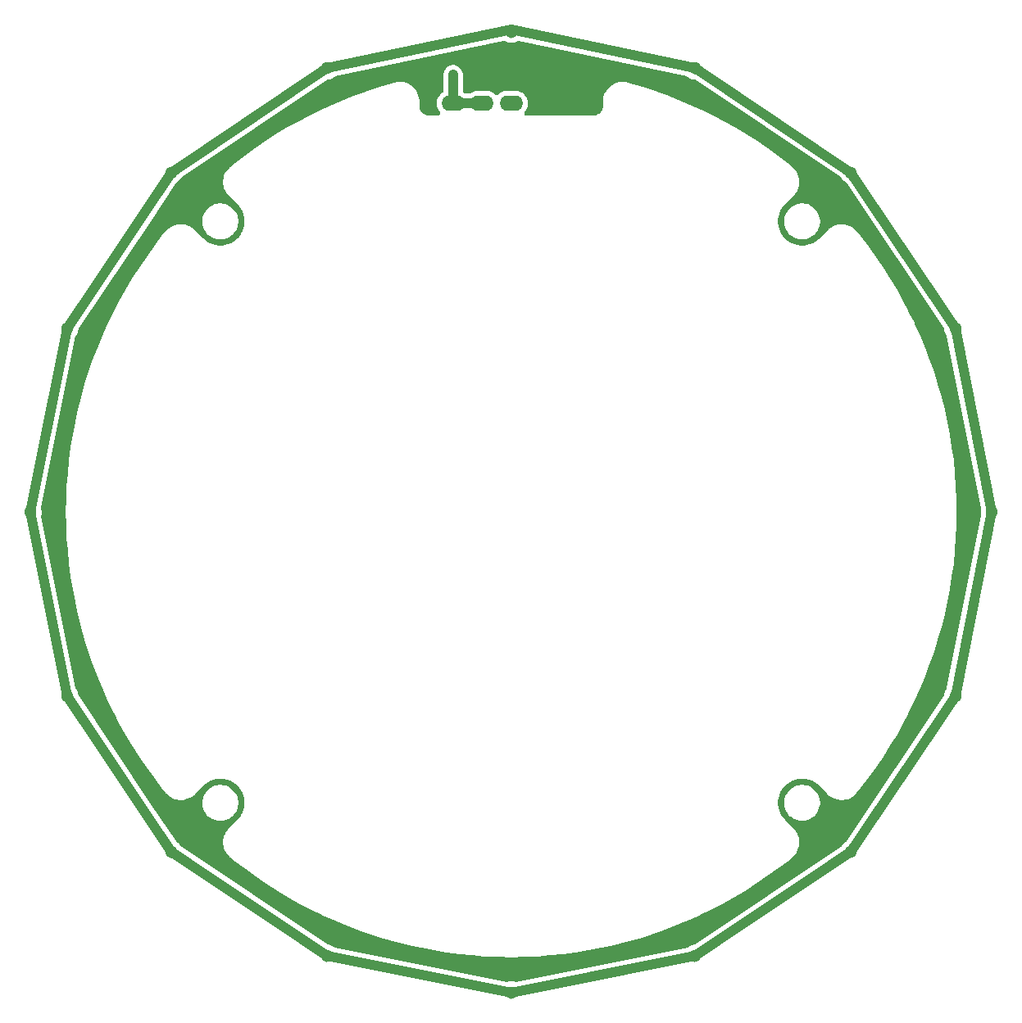
<source format=gbr>
%TF.GenerationSoftware,KiCad,Pcbnew,8.0.1*%
%TF.CreationDate,2024-08-08T22:34:15+09:00*%
%TF.ProjectId,NeoPixel-20240808,4e656f50-6978-4656-9c2d-323032343038,rev?*%
%TF.SameCoordinates,Original*%
%TF.FileFunction,Copper,L2,Bot*%
%TF.FilePolarity,Positive*%
%FSLAX46Y46*%
G04 Gerber Fmt 4.6, Leading zero omitted, Abs format (unit mm)*
G04 Created by KiCad (PCBNEW 8.0.1) date 2024-08-08 22:34:15*
%MOMM*%
%LPD*%
G01*
G04 APERTURE LIST*
%TA.AperFunction,ComponentPad*%
%ADD10C,1.300000*%
%TD*%
%TA.AperFunction,ComponentPad*%
%ADD11O,2.400000X1.600000*%
%TD*%
%TA.AperFunction,ComponentPad*%
%ADD12R,2.400000X1.600000*%
%TD*%
%TA.AperFunction,ViaPad*%
%ADD13C,0.600000*%
%TD*%
%TA.AperFunction,Conductor*%
%ADD14C,1.000000*%
%TD*%
G04 APERTURE END LIST*
D10*
%TO.P,D15,1,VDD*%
%TO.N,+5V*%
X35107851Y35107851D03*
%TO.P,D15,3,VSS*%
%TO.N,GND*%
X33127953Y33127953D03*
%TD*%
%TO.P,D7,1,VDD*%
%TO.N,+5V*%
X-35107851Y-35107851D03*
%TO.P,D7,3,VSS*%
%TO.N,GND*%
X-33127953Y-33127953D03*
%TD*%
%TO.P,D2,1,VDD*%
%TO.N,+5V*%
X-19000232Y45870618D03*
%TO.P,D2,3,VSS*%
%TO.N,GND*%
X-17928718Y43283756D03*
%TD*%
%TO.P,D14,1,VDD*%
%TO.N,+5V*%
X45870618Y19000232D03*
%TO.P,D14,3,VSS*%
%TO.N,GND*%
X43283756Y17928718D03*
%TD*%
%TO.P,D9,1,VDD*%
%TO.N,+5V*%
X0Y-49650000D03*
%TO.P,D9,3,VSS*%
%TO.N,GND*%
X0Y-46850000D03*
%TD*%
D11*
%TO.P,J1,1,Pin_1*%
%TO.N,+5V*%
X-6000000Y42250000D03*
%TO.P,J1,2,Pin_2*%
X-3000000Y42250000D03*
%TO.P,J1,3,Pin_3*%
%TO.N,NeoPixel_PWM*%
X0Y42250000D03*
D12*
%TO.P,J1,4,Pin_4*%
%TO.N,GND*%
X3000000Y42250000D03*
%TO.P,J1,5,Pin_5*%
X6000000Y42250000D03*
%TD*%
D10*
%TO.P,D11,1,VDD*%
%TO.N,+5V*%
X35107851Y-35107851D03*
%TO.P,D11,3,VSS*%
%TO.N,GND*%
X33127953Y-33127953D03*
%TD*%
%TO.P,D3,1,VDD*%
%TO.N,+5V*%
X-35107851Y35107851D03*
%TO.P,D3,3,VSS*%
%TO.N,GND*%
X-33127953Y33127953D03*
%TD*%
%TO.P,D8,1,VDD*%
%TO.N,+5V*%
X-19000232Y-45870618D03*
%TO.P,D8,3,VSS*%
%TO.N,GND*%
X-17928718Y-43283756D03*
%TD*%
%TO.P,D16,1,VDD*%
%TO.N,+5V*%
X19000232Y45870618D03*
%TO.P,D16,3,VSS*%
%TO.N,GND*%
X17928718Y43283756D03*
%TD*%
%TO.P,D12,1,VDD*%
%TO.N,+5V*%
X45870618Y-19000232D03*
%TO.P,D12,3,VSS*%
%TO.N,GND*%
X43283756Y-17928718D03*
%TD*%
%TO.P,D1,1,VDD*%
%TO.N,+5V*%
X0Y49650000D03*
%TO.P,D1,3,VSS*%
%TO.N,GND*%
X0Y46850000D03*
%TD*%
%TO.P,D10,1,VDD*%
%TO.N,+5V*%
X19000232Y-45870618D03*
%TO.P,D10,3,VSS*%
%TO.N,GND*%
X17928718Y-43283756D03*
%TD*%
%TO.P,D5,1,VDD*%
%TO.N,+5V*%
X-49650000Y0D03*
%TO.P,D5,3,VSS*%
%TO.N,GND*%
X-46850000Y0D03*
%TD*%
%TO.P,D6,1,VDD*%
%TO.N,+5V*%
X-45870618Y-19000232D03*
%TO.P,D6,3,VSS*%
%TO.N,GND*%
X-43283756Y-17928718D03*
%TD*%
%TO.P,D4,1,VDD*%
%TO.N,+5V*%
X-45870618Y19000232D03*
%TO.P,D4,3,VSS*%
%TO.N,GND*%
X-43283756Y17928718D03*
%TD*%
%TO.P,D13,1,VDD*%
%TO.N,+5V*%
X49650000Y0D03*
%TO.P,D13,3,VSS*%
%TO.N,GND*%
X46850000Y0D03*
%TD*%
D13*
%TO.N,+5V*%
X-6000000Y45200000D03*
%TD*%
D14*
%TO.N,+5V*%
X0Y49900000D02*
X19000232Y45870618D01*
X-19000232Y45870618D02*
X0Y49900000D01*
X-35107851Y-35107851D02*
X-45870618Y-19000232D01*
X-3000000Y42250000D02*
X-6000000Y42250000D01*
X-45870618Y-19000232D02*
X-49650000Y0D01*
X0Y-49650000D02*
X-19000232Y-45870618D01*
X-49650000Y0D02*
X-45870618Y19000232D01*
X19000232Y-45870618D02*
X0Y-49650000D01*
X-35107851Y35107851D02*
X-19000232Y45870618D01*
X35107851Y35107851D02*
X45870618Y19000232D01*
X45870618Y-19000232D02*
X35107851Y-35107851D01*
X35107851Y-35107851D02*
X19000232Y-45870618D01*
X-45870618Y19000232D02*
X-35107851Y35107851D01*
X45870618Y19000232D02*
X49650000Y0D01*
X-6000000Y42250000D02*
X-6000000Y45200000D01*
X49650000Y0D02*
X45870618Y-19000232D01*
X19000232Y45870618D02*
X35107851Y35107851D01*
X-19000232Y-45870618D02*
X-35107851Y-35107851D01*
%TD*%
%TA.AperFunction,Conductor*%
%TO.N,GND*%
G36*
X796036Y48708432D02*
G01*
X18170659Y45023794D01*
X18259942Y44985484D01*
X18286745Y44964231D01*
X18303929Y44948566D01*
X18485213Y44836319D01*
X18684036Y44759296D01*
X18881790Y44722329D01*
X18971972Y44686188D01*
X18974372Y44684605D01*
X34024649Y34628330D01*
X34093348Y34559631D01*
X34109206Y34532287D01*
X34125483Y34499599D01*
X34125484Y34499597D01*
X34125485Y34499596D01*
X34158778Y34455510D01*
X34253980Y34329443D01*
X34411555Y34185793D01*
X34551710Y34099013D01*
X34622747Y34032735D01*
X34627663Y34025647D01*
X44687818Y18969563D01*
X44724998Y18879804D01*
X44728720Y18854201D01*
X44734861Y18787925D01*
X44734862Y18787917D01*
X44793209Y18582852D01*
X44793215Y18582838D01*
X44888250Y18391979D01*
X44888253Y18391975D01*
X44966897Y18287833D01*
X45009195Y18200369D01*
X45012406Y18186355D01*
X48545735Y423114D01*
X48545735Y325960D01*
X48541013Y306394D01*
X48514244Y212312D01*
X48514243Y212310D01*
X48494571Y0D01*
X48514243Y-212310D01*
X48514244Y-212312D01*
X48541013Y-306394D01*
X48548860Y-403232D01*
X48545735Y-423114D01*
X45012406Y-18186355D01*
X44975226Y-18276115D01*
X44966897Y-18287833D01*
X44888253Y-18391975D01*
X44888250Y-18391979D01*
X44793215Y-18582838D01*
X44793209Y-18582852D01*
X44734862Y-18787917D01*
X44734861Y-18787925D01*
X44728720Y-18854201D01*
X44701054Y-18947334D01*
X44687818Y-18969563D01*
X34627663Y-34025647D01*
X34558964Y-34094346D01*
X34551710Y-34099013D01*
X34411555Y-34185793D01*
X34313536Y-34275150D01*
X34253979Y-34329444D01*
X34132508Y-34490297D01*
X34125483Y-34499599D01*
X34109206Y-34532287D01*
X34049764Y-34609136D01*
X34024649Y-34628330D01*
X18974372Y-44684605D01*
X18884613Y-44721785D01*
X18881790Y-44722329D01*
X18684036Y-44759296D01*
X18485213Y-44836319D01*
X18303929Y-44948566D01*
X18298376Y-44953629D01*
X18215187Y-45003815D01*
X18179208Y-45013828D01*
X433716Y-48543627D01*
X336561Y-48543627D01*
X317002Y-48538907D01*
X316201Y-48538679D01*
X106613Y-48499500D01*
X106610Y-48499500D01*
X-106610Y-48499500D01*
X-106613Y-48499500D01*
X-316201Y-48538679D01*
X-317002Y-48538907D01*
X-317738Y-48538966D01*
X-327514Y-48540794D01*
X-327704Y-48539773D01*
X-413839Y-48546751D01*
X-433716Y-48543627D01*
X-18179208Y-45013828D01*
X-18268967Y-44976648D01*
X-18298376Y-44953629D01*
X-18303929Y-44948566D01*
X-18485213Y-44836319D01*
X-18684036Y-44759296D01*
X-18881790Y-44722329D01*
X-18971972Y-44686188D01*
X-18974372Y-44684605D01*
X-34024649Y-34628330D01*
X-34093348Y-34559631D01*
X-34109206Y-34532287D01*
X-34125483Y-34499599D01*
X-34132508Y-34490297D01*
X-34253979Y-34329444D01*
X-34313536Y-34275150D01*
X-34411555Y-34185793D01*
X-34551710Y-34099013D01*
X-34622747Y-34032735D01*
X-34627663Y-34025647D01*
X-37201702Y-30173326D01*
X-31902539Y-30173326D01*
X-31870877Y-30413827D01*
X-31808093Y-30648138D01*
X-31715263Y-30872250D01*
X-31593975Y-31082327D01*
X-31446304Y-31274776D01*
X-31274777Y-31446303D01*
X-31082328Y-31593974D01*
X-30872251Y-31715262D01*
X-30872245Y-31715264D01*
X-30872240Y-31715267D01*
X-30799805Y-31745269D01*
X-30648139Y-31808092D01*
X-30648123Y-31808096D01*
X-30648121Y-31808097D01*
X-30575314Y-31827605D01*
X-30413828Y-31870876D01*
X-30173327Y-31902538D01*
X-29930751Y-31902538D01*
X-29690250Y-31870876D01*
X-29639060Y-31857159D01*
X-29455956Y-31808097D01*
X-29455950Y-31808095D01*
X-29455939Y-31808092D01*
X-29371897Y-31773280D01*
X-29231837Y-31715267D01*
X-29231821Y-31715259D01*
X-29021759Y-31593979D01*
X-29021750Y-31593974D01*
X-28870315Y-31477774D01*
X-28829307Y-31446308D01*
X-28829297Y-31446299D01*
X-28657777Y-31274779D01*
X-28657768Y-31274769D01*
X-28510103Y-31082327D01*
X-28510097Y-31082317D01*
X-28388817Y-30872255D01*
X-28388809Y-30872239D01*
X-28295987Y-30648143D01*
X-28295979Y-30648120D01*
X-28233202Y-30413833D01*
X-28233201Y-30413828D01*
X-28207409Y-30217916D01*
X-28201539Y-30173326D01*
X-28201539Y-29930750D01*
X-28207408Y-29886167D01*
X-28233201Y-29690247D01*
X-28233202Y-29690242D01*
X-28295979Y-29455955D01*
X-28295987Y-29455932D01*
X-28388809Y-29231836D01*
X-28388817Y-29231820D01*
X-28510097Y-29021758D01*
X-28510103Y-29021748D01*
X-28657768Y-28829306D01*
X-28657777Y-28829296D01*
X-28829297Y-28657776D01*
X-28829307Y-28657767D01*
X-29021749Y-28510102D01*
X-29021759Y-28510096D01*
X-29231821Y-28388816D01*
X-29231837Y-28388808D01*
X-29455933Y-28295986D01*
X-29455956Y-28295978D01*
X-29690243Y-28233201D01*
X-29690248Y-28233200D01*
X-29930751Y-28201538D01*
X-30173327Y-28201538D01*
X-30413829Y-28233200D01*
X-30413834Y-28233201D01*
X-30648121Y-28295978D01*
X-30648135Y-28295983D01*
X-30648139Y-28295984D01*
X-30648142Y-28295985D01*
X-30648144Y-28295986D01*
X-30872240Y-28388808D01*
X-30872256Y-28388816D01*
X-31082318Y-28510096D01*
X-31082328Y-28510102D01*
X-31274770Y-28657767D01*
X-31274774Y-28657771D01*
X-31274777Y-28657773D01*
X-31446304Y-28829300D01*
X-31593975Y-29021749D01*
X-31604684Y-29040297D01*
X-31715260Y-29231820D01*
X-31715268Y-29231836D01*
X-31753050Y-29323051D01*
X-31808093Y-29455938D01*
X-31808096Y-29455949D01*
X-31808098Y-29455955D01*
X-31847096Y-29601497D01*
X-31870877Y-29690249D01*
X-31902539Y-29930750D01*
X-31902539Y-30173326D01*
X-37201702Y-30173326D01*
X-44687818Y-18969563D01*
X-44724998Y-18879804D01*
X-44728720Y-18854201D01*
X-44734861Y-18787925D01*
X-44734862Y-18787917D01*
X-44793209Y-18582852D01*
X-44793215Y-18582838D01*
X-44888250Y-18391979D01*
X-44888254Y-18391973D01*
X-44966896Y-18287835D01*
X-45009195Y-18200371D01*
X-45012406Y-18186357D01*
X-48545735Y-423117D01*
X-48545735Y-325962D01*
X-48541014Y-306398D01*
X-48514244Y-212310D01*
X-48514243Y-212305D01*
X-48494571Y0D01*
X-46005365Y0D01*
X-45985939Y-1336799D01*
X-45927677Y-2672469D01*
X-45830629Y-4005882D01*
X-45694876Y-5335911D01*
X-45520533Y-6661435D01*
X-45307747Y-7981333D01*
X-45056698Y-9294491D01*
X-44767598Y-10599799D01*
X-44440692Y-11896155D01*
X-44076254Y-13182466D01*
X-43674594Y-14457643D01*
X-43236050Y-15720611D01*
X-43236048Y-15720615D01*
X-42760991Y-16970304D01*
X-42252012Y-18200371D01*
X-42249822Y-18205662D01*
X-41702972Y-19425647D01*
X-41702963Y-19425663D01*
X-41702962Y-19425668D01*
X-41120901Y-20629231D01*
X-40999904Y-20861919D01*
X-40504106Y-21815384D01*
X-39853103Y-22983119D01*
X-39168444Y-24131444D01*
X-38450707Y-25259389D01*
X-37700497Y-26366003D01*
X-36918449Y-27450350D01*
X-36105223Y-28511515D01*
X-35737702Y-28963252D01*
X-35737680Y-28963286D01*
X-35724933Y-28978953D01*
X-35683348Y-29030065D01*
X-35682132Y-29031557D01*
X-35682054Y-29031704D01*
X-35682030Y-29031685D01*
X-35631065Y-29094331D01*
X-35630836Y-29094574D01*
X-35601963Y-29130046D01*
X-35414918Y-29307509D01*
X-35206642Y-29459496D01*
X-34980580Y-29583493D01*
X-34740474Y-29677449D01*
X-34490293Y-29739810D01*
X-34234178Y-29769544D01*
X-33976365Y-29766160D01*
X-33721119Y-29729712D01*
X-33472662Y-29660805D01*
X-33235105Y-29560578D01*
X-33012377Y-29430689D01*
X-32932859Y-29369399D01*
X-32808163Y-29273288D01*
X-32775229Y-29240371D01*
X-32774978Y-29240151D01*
X-32705333Y-29170506D01*
X-32705331Y-29170504D01*
X-32670385Y-29135561D01*
X-32660419Y-29125596D01*
X-32660385Y-29125558D01*
X-31824773Y-28289946D01*
X-31813829Y-28279644D01*
X-31604796Y-28094458D01*
X-31581129Y-28075917D01*
X-31552301Y-28056019D01*
X-31357522Y-27921573D01*
X-31331790Y-27906017D01*
X-31192202Y-27832755D01*
X-31091194Y-27779743D01*
X-31063784Y-27767407D01*
X-30809721Y-27671054D01*
X-30781034Y-27662114D01*
X-30517189Y-27597083D01*
X-30487651Y-27591670D01*
X-30217893Y-27558916D01*
X-30187895Y-27557102D01*
X-29916178Y-27557102D01*
X-29886179Y-27558916D01*
X-29616419Y-27591671D01*
X-29586873Y-27597086D01*
X-29323043Y-27662115D01*
X-29294353Y-27671055D01*
X-29040278Y-27767413D01*
X-29012881Y-27779743D01*
X-28772274Y-27906024D01*
X-28746571Y-27921562D01*
X-28522933Y-28075928D01*
X-28499283Y-28094456D01*
X-28295886Y-28274650D01*
X-28274642Y-28295894D01*
X-28094448Y-28499291D01*
X-28075920Y-28522941D01*
X-27921554Y-28746579D01*
X-27906016Y-28772282D01*
X-27779735Y-29012889D01*
X-27767405Y-29040286D01*
X-27671047Y-29294361D01*
X-27662107Y-29323051D01*
X-27597078Y-29586881D01*
X-27591663Y-29616427D01*
X-27558908Y-29886188D01*
X-27557094Y-29916185D01*
X-27557094Y-30187903D01*
X-27558908Y-30217901D01*
X-27591662Y-30487659D01*
X-27597075Y-30517197D01*
X-27662106Y-30781042D01*
X-27671046Y-30809729D01*
X-27767399Y-31063792D01*
X-27779736Y-31091204D01*
X-27906009Y-31331798D01*
X-27921565Y-31357530D01*
X-27982840Y-31446303D01*
X-28004566Y-31477779D01*
X-28075909Y-31581137D01*
X-28094450Y-31604804D01*
X-28271533Y-31804690D01*
X-28279507Y-31813691D01*
X-28289817Y-31824643D01*
X-29240458Y-32775285D01*
X-29240621Y-32775471D01*
X-29273265Y-32808128D01*
X-29273277Y-32808141D01*
X-29430687Y-33012337D01*
X-29430688Y-33012340D01*
X-29430691Y-33012343D01*
X-29560598Y-33235073D01*
X-29660840Y-33472636D01*
X-29729758Y-33721101D01*
X-29766212Y-33976357D01*
X-29769599Y-34234181D01*
X-29739862Y-34490307D01*
X-29677493Y-34740497D01*
X-29583526Y-34980610D01*
X-29459513Y-35206676D01*
X-29307508Y-35414952D01*
X-29130025Y-35601993D01*
X-29094157Y-35631184D01*
X-29093978Y-35631351D01*
X-29081168Y-35641772D01*
X-29081167Y-35641774D01*
X-29073623Y-35647911D01*
X-29073601Y-35647937D01*
X-29031211Y-35682414D01*
X-29030069Y-35683344D01*
X-29030033Y-35683373D01*
X-29030033Y-35683374D01*
X-29024167Y-35688145D01*
X-29024144Y-35688163D01*
X-29024139Y-35688168D01*
X-28978950Y-35724932D01*
X-28511515Y-36105223D01*
X-27450350Y-36918449D01*
X-26366003Y-37700497D01*
X-25259389Y-38450707D01*
X-24131444Y-39168444D01*
X-22983119Y-39853103D01*
X-21815384Y-40504106D01*
X-21815372Y-40504112D01*
X-20629231Y-41120901D01*
X-19678985Y-41580454D01*
X-19425647Y-41702972D01*
X-18205662Y-42249822D01*
X-18205653Y-42249825D01*
X-18205639Y-42249832D01*
X-17577612Y-42509698D01*
X-16970302Y-42760992D01*
X-15720611Y-43236050D01*
X-14457643Y-43674594D01*
X-13182466Y-44076254D01*
X-11896155Y-44440692D01*
X-10599799Y-44767598D01*
X-9294491Y-45056698D01*
X-7981333Y-45307747D01*
X-6661435Y-45520533D01*
X-5335911Y-45694876D01*
X-4005882Y-45830629D01*
X-2736177Y-45923040D01*
X-2672456Y-45927678D01*
X-1336824Y-45985938D01*
X-1336820Y-45985938D01*
X-1336799Y-45985939D01*
X0Y-46005365D01*
X1336799Y-45985939D01*
X1336820Y-45985938D01*
X1336824Y-45985938D01*
X2672456Y-45927678D01*
X2736177Y-45923040D01*
X4005882Y-45830629D01*
X5335911Y-45694876D01*
X6661435Y-45520533D01*
X7981333Y-45307747D01*
X9294491Y-45056698D01*
X10599799Y-44767598D01*
X11896155Y-44440692D01*
X13182466Y-44076254D01*
X14457643Y-43674594D01*
X15720611Y-43236050D01*
X16970302Y-42760992D01*
X17577612Y-42509698D01*
X18205639Y-42249832D01*
X18205653Y-42249825D01*
X18205662Y-42249822D01*
X19425647Y-41702972D01*
X19678985Y-41580454D01*
X20629231Y-41120901D01*
X21815372Y-40504112D01*
X21815384Y-40504106D01*
X22983119Y-39853103D01*
X24131444Y-39168444D01*
X25259389Y-38450707D01*
X26366003Y-37700497D01*
X27450350Y-36918449D01*
X28511515Y-36105223D01*
X28964316Y-35736837D01*
X28964336Y-35736824D01*
X28978951Y-35724932D01*
X28978953Y-35724932D01*
X29030065Y-35683347D01*
X29081167Y-35641774D01*
X29081169Y-35641770D01*
X29093901Y-35631413D01*
X29094184Y-35631149D01*
X29130044Y-35601960D01*
X29229848Y-35496765D01*
X29307498Y-35414923D01*
X29307500Y-35414919D01*
X29307506Y-35414914D01*
X29459492Y-35206639D01*
X29583489Y-34980578D01*
X29677445Y-34740472D01*
X29739806Y-34490292D01*
X29769540Y-34234178D01*
X29766156Y-33976366D01*
X29729709Y-33721120D01*
X29660803Y-33472664D01*
X29660790Y-33472634D01*
X29560575Y-33235104D01*
X29430697Y-33012394D01*
X29430684Y-33012373D01*
X29273291Y-32808169D01*
X29273290Y-32808168D01*
X29273287Y-32808164D01*
X29240449Y-32775308D01*
X29240220Y-32775047D01*
X29182156Y-32716983D01*
X29182154Y-32716981D01*
X29135563Y-32670386D01*
X29124798Y-32659620D01*
X29124753Y-32659580D01*
X28289932Y-31824759D01*
X28279623Y-31813806D01*
X28094464Y-31604804D01*
X28075920Y-31581135D01*
X27921572Y-31357523D01*
X27906016Y-31331791D01*
X27779743Y-31091197D01*
X27767403Y-31063778D01*
X27671053Y-30809723D01*
X27662113Y-30781034D01*
X27597081Y-30517188D01*
X27591668Y-30487653D01*
X27558914Y-30217895D01*
X27557100Y-30187897D01*
X27557100Y-30173326D01*
X28201538Y-30173326D01*
X28207408Y-30217916D01*
X28233200Y-30413828D01*
X28233201Y-30413833D01*
X28295978Y-30648120D01*
X28295986Y-30648143D01*
X28388808Y-30872239D01*
X28388816Y-30872255D01*
X28510096Y-31082317D01*
X28510102Y-31082327D01*
X28657767Y-31274769D01*
X28657776Y-31274779D01*
X28829296Y-31446299D01*
X28829306Y-31446308D01*
X28870314Y-31477774D01*
X29021749Y-31593974D01*
X29021758Y-31593979D01*
X29231820Y-31715259D01*
X29231836Y-31715267D01*
X29371896Y-31773280D01*
X29455938Y-31808092D01*
X29455949Y-31808095D01*
X29455955Y-31808097D01*
X29639059Y-31857159D01*
X29690249Y-31870876D01*
X29930750Y-31902538D01*
X30173326Y-31902538D01*
X30413827Y-31870876D01*
X30575313Y-31827605D01*
X30648120Y-31808097D01*
X30648122Y-31808096D01*
X30648138Y-31808092D01*
X30799804Y-31745269D01*
X30872239Y-31715267D01*
X30872244Y-31715264D01*
X30872250Y-31715262D01*
X31082327Y-31593974D01*
X31274776Y-31446303D01*
X31446303Y-31274776D01*
X31593974Y-31082327D01*
X31715262Y-30872250D01*
X31808092Y-30648138D01*
X31870876Y-30413827D01*
X31902538Y-30173326D01*
X31902538Y-29930750D01*
X31870876Y-29690249D01*
X31847095Y-29601497D01*
X31808097Y-29455955D01*
X31808095Y-29455949D01*
X31808092Y-29455938D01*
X31753049Y-29323051D01*
X31715267Y-29231836D01*
X31715259Y-29231820D01*
X31604683Y-29040297D01*
X31593974Y-29021749D01*
X31446303Y-28829300D01*
X31274776Y-28657773D01*
X31274773Y-28657771D01*
X31274769Y-28657767D01*
X31082327Y-28510102D01*
X31082317Y-28510096D01*
X30872255Y-28388816D01*
X30872239Y-28388808D01*
X30648143Y-28295986D01*
X30648141Y-28295985D01*
X30648138Y-28295984D01*
X30648134Y-28295983D01*
X30648120Y-28295978D01*
X30413833Y-28233201D01*
X30413828Y-28233200D01*
X30173326Y-28201538D01*
X29930750Y-28201538D01*
X29690247Y-28233200D01*
X29690242Y-28233201D01*
X29455955Y-28295978D01*
X29455932Y-28295986D01*
X29231836Y-28388808D01*
X29231820Y-28388816D01*
X29021758Y-28510096D01*
X29021748Y-28510102D01*
X28829306Y-28657767D01*
X28829296Y-28657776D01*
X28657776Y-28829296D01*
X28657767Y-28829306D01*
X28510102Y-29021748D01*
X28510096Y-29021758D01*
X28388816Y-29231820D01*
X28388808Y-29231836D01*
X28295986Y-29455932D01*
X28295978Y-29455955D01*
X28233201Y-29690242D01*
X28233200Y-29690247D01*
X28207407Y-29886167D01*
X28201538Y-29930750D01*
X28201538Y-30173326D01*
X27557100Y-30173326D01*
X27557100Y-29916180D01*
X27558915Y-29886172D01*
X27591668Y-29616430D01*
X27597082Y-29586884D01*
X27662113Y-29323043D01*
X27671054Y-29294351D01*
X27767408Y-29040288D01*
X27779740Y-29012887D01*
X27906019Y-28772282D01*
X27921573Y-28746555D01*
X27925222Y-28741269D01*
X28075925Y-28522937D01*
X28094453Y-28499288D01*
X28274647Y-28295891D01*
X28295891Y-28274647D01*
X28499288Y-28094453D01*
X28522937Y-28075925D01*
X28746559Y-27921570D01*
X28772282Y-27906019D01*
X29012887Y-27779740D01*
X29040288Y-27767408D01*
X29294351Y-27671054D01*
X29323043Y-27662113D01*
X29586884Y-27597082D01*
X29616430Y-27591668D01*
X29886182Y-27558914D01*
X29916181Y-27557100D01*
X30187897Y-27557100D01*
X30217895Y-27558914D01*
X30487653Y-27591668D01*
X30517188Y-27597081D01*
X30781040Y-27662114D01*
X30809723Y-27671053D01*
X31063778Y-27767403D01*
X31091197Y-27779743D01*
X31331791Y-27906016D01*
X31357523Y-27921572D01*
X31581135Y-28075920D01*
X31604804Y-28094464D01*
X31813806Y-28279623D01*
X31824759Y-28289932D01*
X32644029Y-29109202D01*
X32644087Y-29109289D01*
X32722280Y-29187453D01*
X32722305Y-29187490D01*
X32722311Y-29187485D01*
X32774798Y-29239971D01*
X32774951Y-29240105D01*
X32808110Y-29273251D01*
X32808130Y-29273271D01*
X32872958Y-29323245D01*
X33012342Y-29430693D01*
X33235072Y-29560600D01*
X33472635Y-29660842D01*
X33721101Y-29729760D01*
X33721103Y-29729760D01*
X33721106Y-29729761D01*
X33777848Y-29737864D01*
X33976357Y-29766213D01*
X34234181Y-29769599D01*
X34490307Y-29739862D01*
X34740496Y-29677494D01*
X34980610Y-29583526D01*
X35206676Y-29459513D01*
X35414952Y-29307508D01*
X35601993Y-29130025D01*
X35613516Y-29115865D01*
X35613628Y-29115773D01*
X35690399Y-29021397D01*
X35690400Y-29021397D01*
X35690403Y-29021391D01*
X36105223Y-28511515D01*
X36918449Y-27450350D01*
X37700497Y-26366003D01*
X38450707Y-25259389D01*
X39168444Y-24131444D01*
X39853104Y-22983119D01*
X40504106Y-21815384D01*
X40999904Y-20861919D01*
X41120901Y-20629231D01*
X41702962Y-19425668D01*
X41702963Y-19425663D01*
X41702972Y-19425647D01*
X42249822Y-18205662D01*
X42252012Y-18200371D01*
X42760991Y-16970304D01*
X43236048Y-15720615D01*
X43236050Y-15720611D01*
X43674594Y-14457643D01*
X44076254Y-13182466D01*
X44440692Y-11896156D01*
X44767598Y-10599799D01*
X45056698Y-9294491D01*
X45307747Y-7981333D01*
X45520533Y-6661435D01*
X45694876Y-5335911D01*
X45830629Y-4005882D01*
X45927677Y-2672469D01*
X45985939Y-1336799D01*
X46005365Y0D01*
X45985939Y1336799D01*
X45927677Y2672469D01*
X45830629Y4005882D01*
X45694876Y5335911D01*
X45520533Y6661435D01*
X45307747Y7981333D01*
X45056698Y9294491D01*
X44767598Y10599799D01*
X44440692Y11896156D01*
X44076254Y13182466D01*
X43674594Y14457643D01*
X43236050Y15720611D01*
X42760992Y16970302D01*
X42257811Y18186355D01*
X42249832Y18205639D01*
X42246718Y18212587D01*
X41702972Y19425647D01*
X41645345Y19544806D01*
X41120901Y20629231D01*
X40919773Y21016017D01*
X40504106Y21815384D01*
X39853104Y22983119D01*
X39168444Y24131444D01*
X38450707Y25259389D01*
X37700497Y26366003D01*
X36918449Y27450350D01*
X36105223Y28511515D01*
X35742210Y28957711D01*
X35742202Y28957725D01*
X35683350Y29030063D01*
X35683346Y29030067D01*
X35675018Y29040304D01*
X35641774Y29081167D01*
X35641771Y29081168D01*
X35631723Y29093520D01*
X35631008Y29094287D01*
X35601930Y29130013D01*
X35414889Y29307474D01*
X35206617Y29459460D01*
X34980561Y29583457D01*
X34740459Y29677415D01*
X34490284Y29739778D01*
X34490275Y29739779D01*
X34490277Y29739779D01*
X34411241Y29748955D01*
X34234174Y29769515D01*
X33976365Y29766134D01*
X33721122Y29729692D01*
X33472668Y29660790D01*
X33235113Y29560569D01*
X33235104Y29560564D01*
X33235102Y29560563D01*
X33012390Y29430689D01*
X33012385Y29430685D01*
X32808176Y29273295D01*
X32808164Y29273285D01*
X32775467Y29240606D01*
X32775193Y29240366D01*
X32709226Y29174400D01*
X32709224Y29174397D01*
X32709222Y29174395D01*
X32709211Y29174384D01*
X32659084Y29124263D01*
X32659041Y29124214D01*
X31824772Y28289945D01*
X31813829Y28279645D01*
X31761404Y28233200D01*
X31604795Y28094457D01*
X31581128Y28075916D01*
X31357524Y27921574D01*
X31331794Y27906019D01*
X31091195Y27779743D01*
X31063778Y27767404D01*
X30809721Y27671053D01*
X30781034Y27662113D01*
X30517198Y27597085D01*
X30487642Y27591668D01*
X30255988Y27563540D01*
X30217899Y27558916D01*
X30187886Y27557101D01*
X29916177Y27557101D01*
X29886178Y27558915D01*
X29616418Y27591670D01*
X29586872Y27597085D01*
X29323042Y27662114D01*
X29294357Y27671052D01*
X29040287Y27767408D01*
X29012877Y27779745D01*
X28938471Y27818795D01*
X28772272Y27906023D01*
X28746561Y27921567D01*
X28522931Y28075927D01*
X28499280Y28094457D01*
X28295884Y28274649D01*
X28274640Y28295893D01*
X28094446Y28499290D01*
X28075918Y28522940D01*
X27921555Y28746574D01*
X27906014Y28772281D01*
X27797547Y28978950D01*
X27779736Y29012886D01*
X27767399Y29040296D01*
X27671043Y29294366D01*
X27662103Y29323059D01*
X27597076Y29586881D01*
X27591661Y29616427D01*
X27558906Y29886188D01*
X27557092Y29916185D01*
X27557092Y29930750D01*
X28201538Y29930750D01*
X28233200Y29690247D01*
X28233201Y29690242D01*
X28295978Y29455955D01*
X28295986Y29455932D01*
X28388808Y29231836D01*
X28388816Y29231820D01*
X28510096Y29021758D01*
X28510102Y29021748D01*
X28657767Y28829306D01*
X28657776Y28829296D01*
X28829296Y28657776D01*
X28829306Y28657767D01*
X29021748Y28510102D01*
X29021758Y28510096D01*
X29231820Y28388816D01*
X29231836Y28388808D01*
X29455932Y28295986D01*
X29455955Y28295978D01*
X29690242Y28233201D01*
X29690247Y28233200D01*
X29930750Y28201538D01*
X30173326Y28201538D01*
X30413828Y28233200D01*
X30413833Y28233201D01*
X30648120Y28295978D01*
X30648134Y28295983D01*
X30648138Y28295984D01*
X30656354Y28299387D01*
X30872239Y28388808D01*
X30872255Y28388816D01*
X31082317Y28510096D01*
X31082327Y28510102D01*
X31274769Y28657767D01*
X31274779Y28657776D01*
X31446299Y28829296D01*
X31446308Y28829306D01*
X31593973Y29021748D01*
X31593979Y29021758D01*
X31596554Y29026217D01*
X31653132Y29124214D01*
X31715259Y29231820D01*
X31715267Y29231836D01*
X31797632Y29430686D01*
X31808092Y29455938D01*
X31809035Y29459454D01*
X31862996Y29660840D01*
X31870876Y29690249D01*
X31902538Y29930750D01*
X31902538Y30173326D01*
X31870876Y30413827D01*
X31808092Y30648138D01*
X31715262Y30872250D01*
X31593974Y31082327D01*
X31446303Y31274776D01*
X31274776Y31446303D01*
X31082327Y31593974D01*
X30872250Y31715262D01*
X30872244Y31715264D01*
X30872239Y31715267D01*
X30799804Y31745269D01*
X30648138Y31808092D01*
X30648122Y31808096D01*
X30648120Y31808097D01*
X30575313Y31827605D01*
X30413827Y31870876D01*
X30173326Y31902538D01*
X29930750Y31902538D01*
X29690249Y31870876D01*
X29690242Y31870874D01*
X29455955Y31808097D01*
X29455949Y31808095D01*
X29455938Y31808092D01*
X29371896Y31773280D01*
X29231836Y31715267D01*
X29231820Y31715259D01*
X29084164Y31630009D01*
X29021749Y31593974D01*
X29005022Y31581139D01*
X28829306Y31446308D01*
X28829296Y31446299D01*
X28657776Y31274779D01*
X28657767Y31274769D01*
X28510102Y31082327D01*
X28510096Y31082317D01*
X28388816Y30872255D01*
X28388808Y30872239D01*
X28295986Y30648143D01*
X28295978Y30648120D01*
X28233201Y30413833D01*
X28233200Y30413828D01*
X28233200Y30413827D01*
X28205440Y30202961D01*
X28201538Y30173325D01*
X28201538Y29930750D01*
X27557092Y29930750D01*
X27557092Y30187894D01*
X27558907Y30217907D01*
X27567606Y30289554D01*
X27591659Y30487651D01*
X27597076Y30517207D01*
X27662104Y30781043D01*
X27671046Y30809736D01*
X27767394Y31063786D01*
X27779734Y31091204D01*
X27906010Y31331803D01*
X27921559Y31357525D01*
X28075915Y31581150D01*
X28094452Y31604809D01*
X28279482Y31813665D01*
X28289791Y31824618D01*
X29109202Y32644029D01*
X29109289Y32644087D01*
X29182125Y32716950D01*
X29187453Y32722280D01*
X29187490Y32722305D01*
X29187485Y32722311D01*
X29239971Y32774798D01*
X29240105Y32774951D01*
X29273270Y32808129D01*
X29273296Y32808162D01*
X29430690Y33012338D01*
X29430694Y33012344D01*
X29430713Y33012377D01*
X29560600Y33235072D01*
X29660842Y33472635D01*
X29729760Y33721101D01*
X29729763Y33721117D01*
X29756160Y33905965D01*
X29766213Y33976357D01*
X29769599Y34234181D01*
X29739862Y34490307D01*
X29677494Y34740496D01*
X29583526Y34980610D01*
X29459513Y35206676D01*
X29307508Y35414952D01*
X29130025Y35601993D01*
X29115859Y35613521D01*
X29115733Y35613673D01*
X29022969Y35689119D01*
X29022937Y35689145D01*
X28978944Y35724936D01*
X28532229Y36088370D01*
X27514361Y36870293D01*
X26475076Y37623515D01*
X25415183Y38347451D01*
X24335507Y39041538D01*
X23236887Y39705234D01*
X22120181Y40338024D01*
X20986255Y40939414D01*
X19835994Y41508938D01*
X18670293Y42046150D01*
X17490058Y42550634D01*
X16296209Y43021996D01*
X15089675Y43459869D01*
X13871396Y43863914D01*
X12642318Y44233814D01*
X12028446Y44400028D01*
X12028005Y44400147D01*
X12027965Y44400160D01*
X12027965Y44400159D01*
X12025897Y44400718D01*
X12022869Y44401539D01*
X12022868Y44401538D01*
X12022857Y44401542D01*
X12015653Y44403492D01*
X11958441Y44418993D01*
X11958303Y44419022D01*
X11943466Y44423039D01*
X11943273Y44423077D01*
X11896120Y44435842D01*
X11635834Y44470763D01*
X11399477Y44471301D01*
X11373217Y44471361D01*
X11373216Y44471360D01*
X11373216Y44471361D01*
X11112773Y44437625D01*
X10858975Y44370135D01*
X10858973Y44370134D01*
X10858970Y44370133D01*
X10616176Y44270049D01*
X10491548Y44198345D01*
X10388541Y44139081D01*
X10363741Y44120103D01*
X10179984Y43979486D01*
X9994075Y43793996D01*
X9834008Y43585797D01*
X9834006Y43585793D01*
X9834005Y43585792D01*
X9813594Y43550500D01*
X9746988Y43435332D01*
X9702528Y43358458D01*
X9702523Y43358448D01*
X9601895Y43115888D01*
X9601890Y43115875D01*
X9533835Y42862253D01*
X9533832Y42862240D01*
X9499510Y42601882D01*
X9499510Y42601874D01*
X9499506Y42553386D01*
X9499500Y42553293D01*
X9499500Y42010866D01*
X9498552Y41989165D01*
X9494729Y41945468D01*
X9486214Y41848144D01*
X9478677Y41805399D01*
X9444859Y41679190D01*
X9430015Y41638405D01*
X9374800Y41519996D01*
X9353098Y41482407D01*
X9278156Y41375379D01*
X9250257Y41342130D01*
X9157869Y41249742D01*
X9124620Y41221843D01*
X9075438Y41187405D01*
X9017592Y41146901D01*
X8980009Y41125202D01*
X8861590Y41069982D01*
X8820809Y41055140D01*
X8738394Y41033056D01*
X8694596Y41021321D01*
X8651874Y41013787D01*
X8510814Y41001446D01*
X8489133Y41000500D01*
X1588382Y41000500D01*
X1493094Y41019454D01*
X1412312Y41073430D01*
X1358336Y41154212D01*
X1339382Y41249500D01*
X1358336Y41344788D01*
X1386936Y41395857D01*
X1512286Y41568388D01*
X1512287Y41568390D01*
X1605217Y41750775D01*
X1605220Y41750781D01*
X1668477Y41945466D01*
X1687551Y42065892D01*
X1700499Y42147638D01*
X1700500Y42147650D01*
X1700500Y42352349D01*
X1700499Y42352361D01*
X1669095Y42550632D01*
X1668477Y42554534D01*
X1605220Y42749219D01*
X1512287Y42931610D01*
X1391966Y43097219D01*
X1247219Y43241966D01*
X1081610Y43362287D01*
X899219Y43455220D01*
X704534Y43518477D01*
X597870Y43535371D01*
X502361Y43550499D01*
X502355Y43550499D01*
X502352Y43550500D01*
X-502352Y43550500D01*
X-502355Y43550499D01*
X-502361Y43550499D01*
X-597870Y43535371D01*
X-704534Y43518477D01*
X-899219Y43455220D01*
X-1081610Y43362287D01*
X-1247219Y43241966D01*
X-1323930Y43165255D01*
X-1404712Y43111279D01*
X-1500000Y43092325D01*
X-1595288Y43111279D01*
X-1676070Y43165255D01*
X-1752779Y43241964D01*
X-1752781Y43241966D01*
X-1918390Y43362287D01*
X-2061749Y43435332D01*
X-2100775Y43455217D01*
X-2100781Y43455220D01*
X-2295466Y43518477D01*
X-2366575Y43529739D01*
X-2497638Y43550499D01*
X-2497645Y43550499D01*
X-2497648Y43550500D01*
X-3502352Y43550500D01*
X-3502355Y43550499D01*
X-3502361Y43550499D01*
X-3597870Y43535371D01*
X-3704534Y43518477D01*
X-3899219Y43455220D01*
X-4081610Y43362287D01*
X-4136724Y43322244D01*
X-4170021Y43298054D01*
X-4258252Y43257379D01*
X-4316378Y43250500D01*
X-4683622Y43250500D01*
X-4778910Y43269454D01*
X-4829977Y43298052D01*
X-4841682Y43306556D01*
X-4896857Y43346643D01*
X-4962805Y43417982D01*
X-4996434Y43509132D01*
X-4999500Y43548088D01*
X-4999500Y45298545D01*
X-5037947Y45491830D01*
X-5037949Y45491835D01*
X-5113365Y45673908D01*
X-5113369Y45673915D01*
X-5222858Y45837778D01*
X-5222861Y45837782D01*
X-5362218Y45977139D01*
X-5526086Y46086632D01*
X-5708165Y46162051D01*
X-5708167Y46162051D01*
X-5708169Y46162052D01*
X-5901454Y46200499D01*
X-5901459Y46200500D01*
X-6098541Y46200500D01*
X-6291835Y46162051D01*
X-6473914Y46086632D01*
X-6637782Y45977139D01*
X-6777139Y45837782D01*
X-6886632Y45673914D01*
X-6962051Y45491835D01*
X-6962051Y45491830D01*
X-6962052Y45491830D01*
X-7000499Y45298545D01*
X-7000500Y45298540D01*
X-7000500Y43548088D01*
X-7019454Y43452800D01*
X-7073430Y43372018D01*
X-7103139Y43346645D01*
X-7247219Y43241966D01*
X-7391966Y43097219D01*
X-7512287Y42931610D01*
X-7605220Y42749219D01*
X-7668477Y42554534D01*
X-7669095Y42550632D01*
X-7700499Y42352361D01*
X-7700500Y42352349D01*
X-7700500Y42147650D01*
X-7700499Y42147638D01*
X-7687551Y42065892D01*
X-7668477Y41945466D01*
X-7605220Y41750781D01*
X-7605217Y41750775D01*
X-7512287Y41568390D01*
X-7512286Y41568388D01*
X-7386936Y41395857D01*
X-7346262Y41307627D01*
X-7342448Y41210547D01*
X-7376075Y41119397D01*
X-7442025Y41048054D01*
X-7530255Y41007380D01*
X-7588382Y41000500D01*
X-8489133Y41000500D01*
X-8510814Y41001446D01*
X-8651874Y41013787D01*
X-8694596Y41021321D01*
X-8738394Y41033056D01*
X-8820809Y41055140D01*
X-8861590Y41069982D01*
X-8980009Y41125202D01*
X-9017592Y41146901D01*
X-9075438Y41187405D01*
X-9124620Y41221843D01*
X-9157869Y41249742D01*
X-9250257Y41342130D01*
X-9278156Y41375379D01*
X-9353098Y41482407D01*
X-9374800Y41519996D01*
X-9430015Y41638405D01*
X-9444859Y41679190D01*
X-9478677Y41805399D01*
X-9486214Y41848144D01*
X-9494729Y41945468D01*
X-9498552Y41989165D01*
X-9499500Y42010866D01*
X-9499500Y42389414D01*
X-9499499Y42389432D01*
X-9499500Y42470582D01*
X-9499500Y42551646D01*
X-9499507Y42551771D01*
X-9499513Y42601886D01*
X-9499513Y42601898D01*
X-9533842Y42862250D01*
X-9601908Y43115892D01*
X-9601909Y43115894D01*
X-9702542Y43358455D01*
X-9702545Y43358461D01*
X-9834024Y43585793D01*
X-9994089Y43793985D01*
X-10179992Y43979469D01*
X-10179996Y43979473D01*
X-10388553Y44139069D01*
X-10616182Y44270034D01*
X-10858977Y44370122D01*
X-11112771Y44437614D01*
X-11112777Y44437614D01*
X-11112782Y44437616D01*
X-11254470Y44455971D01*
X-11373209Y44471354D01*
X-11373215Y44471353D01*
X-11373216Y44471354D01*
X-11514617Y44471035D01*
X-11635824Y44470762D01*
X-11896108Y44435848D01*
X-11904133Y44433675D01*
X-11904203Y44433671D01*
X-11959255Y44418764D01*
X-11959256Y44418764D01*
X-12003955Y44406659D01*
X-12022855Y44401542D01*
X-12022855Y44401543D01*
X-12086457Y44384321D01*
X-12086457Y44384319D01*
X-12116832Y44376094D01*
X-12642318Y44233813D01*
X-13871395Y43863913D01*
X-15089675Y43459868D01*
X-16296209Y43021995D01*
X-17490058Y42550632D01*
X-18670292Y42046149D01*
X-19835993Y41508936D01*
X-20986255Y40939413D01*
X-22120180Y40338023D01*
X-23236887Y39705233D01*
X-24335506Y39041537D01*
X-25415183Y38347450D01*
X-26475076Y37623514D01*
X-27514361Y36870292D01*
X-28532228Y36088369D01*
X-28961453Y35739165D01*
X-28961481Y35739148D01*
X-28978952Y35724933D01*
X-28978953Y35724933D01*
X-29030065Y35683348D01*
X-29031557Y35682132D01*
X-29031704Y35682054D01*
X-29031685Y35682030D01*
X-29094331Y35631065D01*
X-29094574Y35630836D01*
X-29130046Y35601963D01*
X-29307509Y35414918D01*
X-29459496Y35206642D01*
X-29583493Y34980580D01*
X-29677449Y34740474D01*
X-29739810Y34490293D01*
X-29769544Y34234178D01*
X-29766160Y33976365D01*
X-29729712Y33721119D01*
X-29660805Y33472662D01*
X-29560578Y33235105D01*
X-29430689Y33012377D01*
X-29430662Y33012342D01*
X-29273288Y32808163D01*
X-29240371Y32775229D01*
X-29240151Y32774978D01*
X-29228735Y32763562D01*
X-29170504Y32705331D01*
X-29170496Y32705323D01*
X-29125596Y32660419D01*
X-29125558Y32660385D01*
X-28289941Y31824768D01*
X-28279631Y31813815D01*
X-28094462Y31604801D01*
X-28075920Y31581133D01*
X-27921569Y31357519D01*
X-27906012Y31331785D01*
X-27779742Y31091195D01*
X-27767402Y31063778D01*
X-27694766Y30872250D01*
X-27671057Y30809736D01*
X-27662112Y30781029D01*
X-27597084Y30517201D01*
X-27591666Y30487644D01*
X-27558913Y30217895D01*
X-27557099Y30187897D01*
X-27557099Y29916189D01*
X-27558914Y29886176D01*
X-27591664Y29616450D01*
X-27591665Y29616443D01*
X-27597086Y29586866D01*
X-27662112Y29323047D01*
X-27671055Y29294344D01*
X-27767409Y29040281D01*
X-27779739Y29012886D01*
X-27906020Y28772277D01*
X-27921558Y28746574D01*
X-28075924Y28522936D01*
X-28094452Y28499287D01*
X-28274646Y28295890D01*
X-28295890Y28274646D01*
X-28499287Y28094452D01*
X-28522936Y28075924D01*
X-28746574Y27921558D01*
X-28772277Y27906020D01*
X-29012880Y27779742D01*
X-29040281Y27767409D01*
X-29294344Y27671055D01*
X-29323047Y27662112D01*
X-29586866Y27597086D01*
X-29616435Y27591666D01*
X-29840317Y27564482D01*
X-29886176Y27558914D01*
X-29916189Y27557099D01*
X-30187897Y27557099D01*
X-30217895Y27558913D01*
X-30487646Y27591667D01*
X-30517201Y27597084D01*
X-30781029Y27662112D01*
X-30809732Y27671055D01*
X-31063779Y27767403D01*
X-31091195Y27779742D01*
X-31331785Y27906012D01*
X-31357519Y27921569D01*
X-31581133Y28075920D01*
X-31604801Y28094462D01*
X-31813815Y28279631D01*
X-31824768Y28289941D01*
X-31866045Y28331218D01*
X-31866044Y28331218D01*
X-32775285Y29240458D01*
X-32775471Y29240621D01*
X-32808128Y29273265D01*
X-32808141Y29273277D01*
X-33012337Y29430687D01*
X-33012340Y29430689D01*
X-33012343Y29430691D01*
X-33235073Y29560598D01*
X-33472636Y29660840D01*
X-33721101Y29729758D01*
X-33976357Y29766212D01*
X-34234181Y29769599D01*
X-34490307Y29739862D01*
X-34740497Y29677493D01*
X-34980610Y29583526D01*
X-35206676Y29459513D01*
X-35414952Y29307508D01*
X-35601993Y29130025D01*
X-35631184Y29094157D01*
X-35631348Y29093982D01*
X-35641771Y29081168D01*
X-35641774Y29081167D01*
X-35647910Y29073624D01*
X-35647925Y29073611D01*
X-35683374Y29030033D01*
X-35686478Y29026217D01*
X-36105223Y28511515D01*
X-36918449Y27450350D01*
X-37700497Y26366003D01*
X-38450707Y25259389D01*
X-39168444Y24131444D01*
X-39853103Y22983119D01*
X-40504106Y21815384D01*
X-40504112Y21815372D01*
X-41120901Y20629231D01*
X-41645345Y19544806D01*
X-41702972Y19425647D01*
X-42246718Y18212587D01*
X-42249832Y18205639D01*
X-42257811Y18186355D01*
X-42760992Y16970302D01*
X-43236050Y15720611D01*
X-43674594Y14457643D01*
X-44076254Y13182466D01*
X-44440692Y11896155D01*
X-44767598Y10599799D01*
X-45056698Y9294491D01*
X-45307747Y7981333D01*
X-45520533Y6661435D01*
X-45694876Y5335911D01*
X-45830629Y4005882D01*
X-45927677Y2672469D01*
X-45985939Y1336799D01*
X-46005365Y0D01*
X-48494571Y0D01*
X-48514243Y212305D01*
X-48514244Y212310D01*
X-48541014Y306398D01*
X-48548860Y403236D01*
X-48545735Y423117D01*
X-45012406Y18186357D01*
X-44975226Y18276116D01*
X-44966896Y18287835D01*
X-44888254Y18391973D01*
X-44888250Y18391979D01*
X-44793215Y18582838D01*
X-44793209Y18582852D01*
X-44734862Y18787917D01*
X-44734861Y18787925D01*
X-44728720Y18854201D01*
X-44701054Y18947334D01*
X-44687818Y18969563D01*
X-37363786Y29930750D01*
X-31902538Y29930750D01*
X-31870876Y29690249D01*
X-31862996Y29660840D01*
X-31809035Y29459454D01*
X-31808092Y29455938D01*
X-31797632Y29430686D01*
X-31715267Y29231836D01*
X-31715259Y29231820D01*
X-31653132Y29124214D01*
X-31596554Y29026217D01*
X-31593979Y29021758D01*
X-31593973Y29021748D01*
X-31446308Y28829306D01*
X-31446299Y28829296D01*
X-31274779Y28657776D01*
X-31274769Y28657767D01*
X-31082327Y28510102D01*
X-31082317Y28510096D01*
X-30872255Y28388816D01*
X-30872239Y28388808D01*
X-30656354Y28299387D01*
X-30648138Y28295984D01*
X-30648134Y28295983D01*
X-30648120Y28295978D01*
X-30413833Y28233201D01*
X-30413828Y28233200D01*
X-30173326Y28201538D01*
X-29930750Y28201538D01*
X-29690247Y28233200D01*
X-29690242Y28233201D01*
X-29455955Y28295978D01*
X-29455932Y28295986D01*
X-29231836Y28388808D01*
X-29231820Y28388816D01*
X-29021758Y28510096D01*
X-29021748Y28510102D01*
X-28829306Y28657767D01*
X-28829296Y28657776D01*
X-28657776Y28829296D01*
X-28657767Y28829306D01*
X-28510102Y29021748D01*
X-28510096Y29021758D01*
X-28388816Y29231820D01*
X-28388808Y29231836D01*
X-28295986Y29455932D01*
X-28295978Y29455955D01*
X-28233201Y29690242D01*
X-28233200Y29690247D01*
X-28201538Y29930750D01*
X-28201538Y30173325D01*
X-28205440Y30202961D01*
X-28233200Y30413827D01*
X-28233200Y30413828D01*
X-28233201Y30413833D01*
X-28295978Y30648120D01*
X-28295986Y30648143D01*
X-28388808Y30872239D01*
X-28388816Y30872255D01*
X-28510096Y31082317D01*
X-28510102Y31082327D01*
X-28657767Y31274769D01*
X-28657776Y31274779D01*
X-28829296Y31446299D01*
X-28829306Y31446308D01*
X-29005022Y31581139D01*
X-29021749Y31593974D01*
X-29084164Y31630009D01*
X-29231820Y31715259D01*
X-29231836Y31715267D01*
X-29371896Y31773280D01*
X-29455938Y31808092D01*
X-29455949Y31808095D01*
X-29455955Y31808097D01*
X-29690242Y31870874D01*
X-29690249Y31870876D01*
X-29930750Y31902538D01*
X-30173326Y31902538D01*
X-30413827Y31870876D01*
X-30575313Y31827605D01*
X-30648120Y31808097D01*
X-30648122Y31808096D01*
X-30648138Y31808092D01*
X-30799804Y31745269D01*
X-30872239Y31715267D01*
X-30872244Y31715264D01*
X-30872250Y31715262D01*
X-31082327Y31593974D01*
X-31274776Y31446303D01*
X-31446303Y31274776D01*
X-31593974Y31082327D01*
X-31715262Y30872250D01*
X-31808092Y30648138D01*
X-31870876Y30413827D01*
X-31902538Y30173326D01*
X-31902538Y29930750D01*
X-37363786Y29930750D01*
X-34627663Y34025647D01*
X-34558964Y34094346D01*
X-34551710Y34099013D01*
X-34411555Y34185793D01*
X-34253980Y34329443D01*
X-34158778Y34455510D01*
X-34125485Y34499596D01*
X-34125484Y34499597D01*
X-34125483Y34499599D01*
X-34109206Y34532287D01*
X-34049764Y34609136D01*
X-34024649Y34628330D01*
X-18974372Y44684605D01*
X-18884613Y44721785D01*
X-18881790Y44722329D01*
X-18684036Y44759296D01*
X-18485213Y44836319D01*
X-18303929Y44948566D01*
X-18286745Y44964231D01*
X-18203555Y45014416D01*
X-18170659Y45023794D01*
X-796036Y48708432D01*
X-698888Y48709658D01*
X-613298Y48676554D01*
X-515019Y48615702D01*
X-316198Y48538679D01*
X-316195Y48538678D01*
X-316194Y48538678D01*
X-106613Y48499500D01*
X-106610Y48499500D01*
X106613Y48499500D01*
X316194Y48538678D01*
X316195Y48538678D01*
X316198Y48538679D01*
X515019Y48615702D01*
X613298Y48676554D01*
X704292Y48710601D01*
X796036Y48708432D01*
G37*
%TD.AperFunction*%
%TD*%
M02*

</source>
